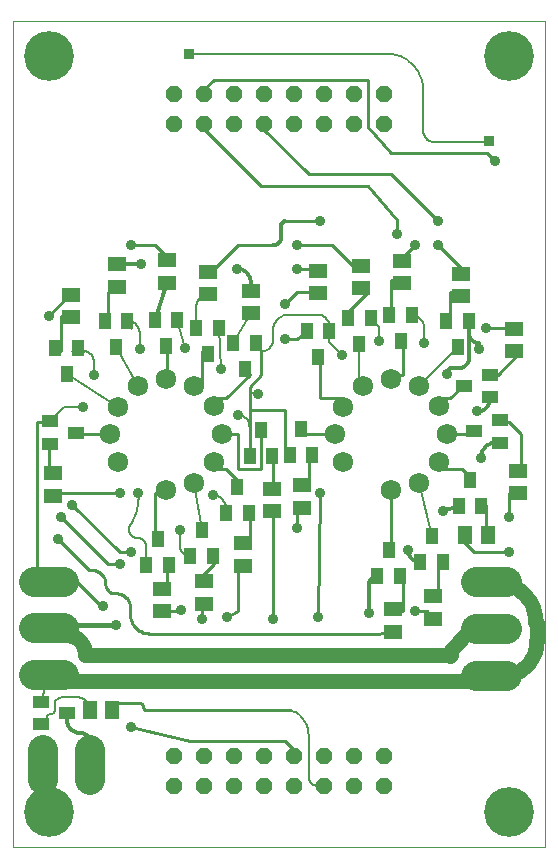
<source format=gbl>
G75*
G70*
%OFA0B0*%
%FSLAX24Y24*%
%IPPOS*%
%LPD*%
%AMOC8*
5,1,8,0,0,1.08239X$1,22.5*
%
%ADD10C,0.0000*%
%ADD11C,0.0679*%
%ADD12OC8,0.0560*%
%ADD13R,0.0551X0.0394*%
%ADD14R,0.0394X0.0551*%
%ADD15R,0.0630X0.0512*%
%ADD16R,0.0512X0.0630*%
%ADD17C,0.1004*%
%ADD18C,0.0100*%
%ADD19C,0.0079*%
%ADD20C,0.0120*%
%ADD21C,0.0360*%
%ADD22C,0.0356*%
%ADD23C,0.0500*%
%ADD24R,0.0356X0.0356*%
%ADD25C,0.0160*%
%ADD26C,0.1660*%
D10*
X000912Y000100D02*
X000912Y027659D01*
X018628Y027659D01*
X018628Y000100D01*
X000912Y000100D01*
D11*
X006014Y012004D03*
X006922Y012258D03*
X007609Y012954D03*
X007855Y013876D03*
X007601Y014798D03*
X006923Y015465D03*
X006006Y015720D03*
X005066Y015474D03*
X004399Y014790D03*
X004138Y013868D03*
X004388Y012946D03*
X011638Y013868D03*
X011888Y012946D03*
X011899Y014790D03*
X012566Y015474D03*
X013506Y015720D03*
X014423Y015465D03*
X015101Y014798D03*
X015355Y013876D03*
X015109Y012954D03*
X014422Y012258D03*
X013514Y012004D03*
D12*
X013254Y003151D03*
X013254Y002151D03*
X012254Y002151D03*
X012254Y003151D03*
X011254Y003151D03*
X011254Y002151D03*
X010254Y002151D03*
X010254Y003151D03*
X009254Y003151D03*
X009254Y002151D03*
X008254Y002151D03*
X008254Y003151D03*
X007254Y003151D03*
X007254Y002151D03*
X006254Y002151D03*
X006254Y003151D03*
X006254Y024222D03*
X006254Y025222D03*
X007254Y025222D03*
X007254Y024222D03*
X008254Y024222D03*
X008254Y025222D03*
X009254Y025222D03*
X009254Y024222D03*
X010254Y024222D03*
X010254Y025222D03*
X011254Y025222D03*
X011254Y024222D03*
X012254Y024222D03*
X012254Y025222D03*
X013254Y025222D03*
X013254Y024222D03*
D13*
X016790Y015848D03*
X016790Y015100D03*
X017144Y014340D03*
X017144Y013592D03*
X016278Y013966D03*
X015923Y015474D03*
X002986Y013927D03*
X002120Y014301D03*
X002120Y013553D03*
X001837Y004954D03*
X001837Y004206D03*
X002703Y004580D03*
D14*
X005345Y009498D03*
X005719Y010364D03*
X006093Y009498D03*
X006813Y009813D03*
X007187Y010679D03*
X007561Y009813D03*
X008006Y011230D03*
X008380Y012096D03*
X008754Y011230D03*
X008801Y013143D03*
X009175Y014009D03*
X009549Y013143D03*
X010124Y013191D03*
X010498Y014057D03*
X010872Y013191D03*
X011061Y016443D03*
X010687Y017309D03*
X011435Y017309D03*
X012077Y017742D03*
X012451Y016876D03*
X012825Y017742D03*
X013447Y017828D03*
X013821Y016962D03*
X014195Y017828D03*
X015349Y017631D03*
X015723Y016765D03*
X016097Y017631D03*
X016144Y012332D03*
X016518Y011466D03*
X015770Y011466D03*
X014853Y010474D03*
X015227Y009608D03*
X014479Y009608D03*
X013797Y009135D03*
X013049Y009135D03*
X013423Y010002D03*
X008994Y016899D03*
X008620Y016033D03*
X008246Y016899D03*
X007762Y017411D03*
X007388Y016545D03*
X007014Y017411D03*
X006372Y017687D03*
X005998Y016820D03*
X005624Y017687D03*
X004707Y017647D03*
X004333Y016781D03*
X003959Y017647D03*
X003061Y016734D03*
X002687Y015868D03*
X002313Y016734D03*
D15*
X002821Y017765D03*
X002821Y018513D03*
X004384Y018789D03*
X004384Y019537D03*
X006038Y019663D03*
X006038Y018915D03*
X007416Y019277D03*
X007416Y018529D03*
X008833Y018655D03*
X008833Y017907D03*
X011081Y018565D03*
X011081Y019313D03*
X012498Y019478D03*
X012498Y018730D03*
X013876Y018895D03*
X013876Y019643D03*
X015845Y019218D03*
X015845Y018470D03*
X017616Y017376D03*
X017616Y016628D03*
X017750Y012659D03*
X017750Y011911D03*
X014916Y008470D03*
X014916Y007722D03*
X013577Y008029D03*
X013577Y007281D03*
X010538Y011419D03*
X010538Y012167D03*
X009526Y012049D03*
X009526Y011301D03*
X008581Y010230D03*
X008581Y009482D03*
X007282Y008962D03*
X007282Y008214D03*
X005860Y007966D03*
X005860Y008714D03*
X002238Y011817D03*
X002238Y012565D03*
D16*
X003455Y004694D03*
X004203Y004694D03*
X015983Y010506D03*
X016731Y010506D03*
D17*
X016351Y008931D02*
X017355Y008931D01*
X017355Y007372D02*
X016351Y007372D01*
X016351Y005813D02*
X017355Y005813D01*
X003471Y003334D02*
X003471Y002330D01*
X001912Y002330D02*
X001912Y003334D01*
X001587Y005836D02*
X002591Y005836D01*
X002591Y007395D02*
X001587Y007395D01*
X001587Y008954D02*
X002591Y008954D01*
D18*
X002089Y008954D02*
X001699Y009155D01*
X001699Y014273D01*
X002093Y014273D01*
X002120Y014301D01*
X002120Y013553D02*
X002093Y013486D01*
X002093Y012698D01*
X002238Y012565D01*
X002486Y011911D02*
X002238Y011817D01*
X002486Y011911D02*
X004455Y011911D01*
X005636Y011911D02*
X005636Y010336D01*
X005719Y010364D01*
X006030Y009549D02*
X006093Y009498D01*
X006030Y009549D02*
X006030Y008761D01*
X005860Y008714D01*
X005860Y007966D02*
X006455Y007966D01*
X006467Y007968D01*
X006478Y007972D01*
X006488Y007980D01*
X006496Y007989D01*
X006500Y008001D01*
X006502Y008013D01*
X007211Y007974D02*
X007211Y007698D01*
X007211Y007974D02*
X007282Y008214D01*
X007282Y008962D02*
X007211Y009155D01*
X007605Y009549D01*
X007561Y009813D01*
X008392Y009549D02*
X008581Y009482D01*
X008392Y009549D02*
X008392Y007974D01*
X008038Y007777D01*
X009573Y007698D02*
X009573Y011124D01*
X009526Y011301D01*
X009573Y011911D02*
X009526Y012049D01*
X009573Y011911D02*
X009573Y013092D01*
X009549Y013143D01*
X009967Y013092D02*
X010124Y013191D01*
X009967Y013092D02*
X009967Y014667D01*
X008786Y014667D01*
X008786Y013092D01*
X008801Y013143D01*
X009179Y012698D02*
X008392Y012698D01*
X008392Y013880D01*
X007998Y013880D01*
X007855Y013876D01*
X007609Y012954D02*
X007605Y012698D01*
X007998Y012698D01*
X008392Y012305D01*
X008380Y012096D01*
X008754Y011230D02*
X008786Y011124D01*
X008786Y010336D01*
X008581Y010230D01*
X010360Y010730D02*
X010360Y011517D01*
X010538Y011419D01*
X010538Y012167D02*
X010754Y012305D01*
X010754Y013092D01*
X010872Y013191D01*
X010360Y013880D02*
X010498Y014057D01*
X010360Y013880D02*
X011542Y013880D01*
X011638Y013868D01*
X011899Y014790D02*
X011935Y015061D01*
X011148Y015061D01*
X011148Y016242D01*
X011061Y016443D01*
X010360Y017029D02*
X010754Y017423D01*
X010687Y017309D01*
X010360Y017029D02*
X009967Y017029D01*
X009179Y016635D02*
X009179Y015848D01*
X008786Y015454D01*
X008786Y015257D01*
X008786Y014667D01*
X009175Y014009D02*
X009179Y013880D01*
X009179Y012698D01*
X007601Y014798D02*
X007605Y015061D01*
X007998Y015061D01*
X008786Y015848D01*
X008620Y016033D01*
X009179Y016635D02*
X008994Y016899D01*
X009967Y018210D02*
X010360Y018604D01*
X011148Y018604D01*
X011081Y018565D01*
X011081Y019313D02*
X011148Y019391D01*
X010360Y019391D01*
X010360Y020179D02*
X011542Y020179D01*
X012329Y019391D01*
X012498Y019478D01*
X012498Y018730D02*
X012723Y018604D01*
X011935Y017817D01*
X012077Y017742D01*
X013447Y017828D02*
X013510Y017817D01*
X013510Y018998D01*
X013904Y018998D01*
X013876Y018895D01*
X013876Y019643D02*
X013904Y019785D01*
X014297Y020179D01*
X013707Y020533D02*
X013707Y021006D01*
X012723Y022147D01*
X009179Y022147D01*
X007211Y024116D01*
X007254Y024222D01*
X007254Y025222D02*
X007211Y025297D01*
X007605Y025691D01*
X012723Y025691D01*
X012723Y024116D01*
X013510Y023250D01*
X016699Y023250D01*
X016975Y022974D01*
X015085Y020966D02*
X013510Y022541D01*
X010754Y022541D01*
X009179Y024116D01*
X009254Y024222D01*
X009967Y020966D02*
X011148Y020966D01*
X009573Y020179D02*
X008392Y020179D01*
X007605Y019391D01*
X007416Y019277D01*
X006038Y019663D02*
X006030Y019785D01*
X005636Y020179D01*
X004849Y020179D01*
X004384Y018789D02*
X004455Y018604D01*
X004061Y018604D01*
X004061Y017817D01*
X003959Y017647D01*
X004707Y017647D02*
X004849Y017423D01*
X005998Y016820D02*
X006030Y016635D01*
X006030Y015848D01*
X006006Y015720D01*
X006923Y015465D02*
X007211Y015454D01*
X007211Y016635D01*
X007388Y016545D01*
X006014Y012004D02*
X006030Y011911D01*
X005636Y011911D01*
X004849Y009943D02*
X004455Y009943D01*
X002880Y011517D01*
X002486Y011124D02*
X004061Y009549D01*
X004455Y009549D01*
X003982Y008880D02*
X003984Y008847D01*
X003989Y008815D01*
X003997Y008783D01*
X004009Y008752D01*
X004024Y008722D01*
X004042Y008695D01*
X004063Y008669D01*
X004086Y008646D01*
X004112Y008625D01*
X004140Y008607D01*
X004169Y008592D01*
X004200Y008580D01*
X004232Y008572D01*
X004264Y008567D01*
X004297Y008565D01*
X004337Y008565D01*
X004337Y008564D02*
X004378Y008562D01*
X004419Y008557D01*
X004459Y008548D01*
X004498Y008536D01*
X004536Y008520D01*
X004573Y008501D01*
X004608Y008479D01*
X004640Y008454D01*
X004671Y008426D01*
X004699Y008395D01*
X004724Y008363D01*
X004746Y008328D01*
X004765Y008291D01*
X004781Y008253D01*
X004793Y008214D01*
X004802Y008174D01*
X004807Y008133D01*
X004809Y008092D01*
X004809Y007856D01*
X004811Y007807D01*
X004817Y007757D01*
X004826Y007709D01*
X004840Y007661D01*
X004857Y007615D01*
X004878Y007570D01*
X004902Y007527D01*
X004929Y007486D01*
X004960Y007447D01*
X004994Y007411D01*
X005030Y007377D01*
X005069Y007346D01*
X005110Y007319D01*
X005153Y007295D01*
X005198Y007274D01*
X005244Y007257D01*
X005292Y007243D01*
X005340Y007234D01*
X005390Y007228D01*
X005439Y007226D01*
X012998Y007226D01*
X013577Y007281D01*
X013510Y007974D02*
X013577Y008029D01*
X013510Y007974D02*
X013904Y007974D01*
X013904Y009155D01*
X013797Y009135D01*
X013510Y009943D02*
X013423Y010002D01*
X013510Y009943D02*
X013510Y011911D01*
X013514Y012004D01*
X015085Y012698D02*
X015109Y012954D01*
X015085Y012698D02*
X015872Y012698D01*
X016266Y012305D01*
X016144Y012332D01*
X016518Y011466D02*
X016660Y011517D01*
X016660Y010730D01*
X016731Y010506D01*
X016266Y009943D02*
X017447Y009943D01*
X017447Y011124D02*
X017447Y011911D01*
X017750Y011911D01*
X017750Y012659D02*
X017841Y012698D01*
X017841Y013880D01*
X017447Y014273D01*
X017053Y014273D01*
X017144Y014340D01*
X016278Y013966D02*
X016266Y013880D01*
X015479Y013880D01*
X015355Y013876D01*
X015101Y014798D02*
X015085Y015061D01*
X015479Y015061D01*
X015872Y015454D01*
X015923Y015474D01*
X016790Y015848D02*
X017053Y015848D01*
X017841Y016635D01*
X017616Y016628D01*
X017616Y017376D02*
X017447Y017423D01*
X016660Y017423D01*
X015845Y018470D02*
X015872Y018604D01*
X015479Y018604D01*
X015479Y017817D01*
X015349Y017631D01*
X015845Y019218D02*
X015872Y019391D01*
X015085Y020179D01*
X013904Y017029D02*
X013821Y016962D01*
X013904Y017029D02*
X013904Y015848D01*
X013510Y015848D01*
X013506Y015720D01*
X011148Y011911D02*
X011069Y007777D01*
X010164Y004667D02*
X005360Y004667D01*
X005340Y004669D01*
X005320Y004674D01*
X005301Y004683D01*
X005284Y004695D01*
X005270Y004709D01*
X005258Y004726D01*
X005249Y004745D01*
X005244Y004765D01*
X005242Y004785D01*
X005240Y004805D01*
X005235Y004825D01*
X005226Y004844D01*
X005214Y004861D01*
X005200Y004875D01*
X005183Y004887D01*
X005164Y004896D01*
X005144Y004901D01*
X005124Y004903D01*
X004337Y004903D01*
X004316Y004901D01*
X004296Y004896D01*
X004276Y004888D01*
X004258Y004877D01*
X004242Y004864D01*
X004229Y004848D01*
X004218Y004830D01*
X004210Y004810D01*
X004205Y004790D01*
X004203Y004769D01*
X004203Y004694D01*
X004849Y004116D02*
X006817Y003643D01*
X009967Y003643D01*
X010360Y003250D01*
X010254Y003151D01*
X014297Y007974D02*
X014691Y007974D01*
X014916Y007722D01*
X015085Y008368D02*
X014916Y008470D01*
X015085Y008368D02*
X015085Y009549D01*
X015227Y009608D01*
X015872Y010336D02*
X015983Y010506D01*
X015872Y010336D02*
X016266Y009943D01*
X016853Y007372D02*
X016660Y007187D01*
X016853Y005813D02*
X016660Y005651D01*
X004138Y013868D02*
X004061Y013880D01*
X002880Y013880D01*
X002986Y013927D01*
X002880Y016635D02*
X003061Y016734D01*
X002880Y016635D02*
X003274Y016635D01*
X002486Y016635D02*
X002313Y016734D01*
X002486Y016635D02*
X002486Y017817D01*
X002880Y017817D01*
X002821Y017765D01*
X002821Y018513D02*
X002880Y018604D01*
X002093Y017817D01*
X002408Y010376D02*
X003431Y009352D01*
X003510Y009352D01*
X003551Y009350D01*
X003592Y009345D01*
X003632Y009336D01*
X003671Y009324D01*
X003709Y009308D01*
X003746Y009289D01*
X003781Y009267D01*
X003813Y009242D01*
X003844Y009214D01*
X003872Y009183D01*
X003897Y009151D01*
X003919Y009116D01*
X003938Y009079D01*
X003954Y009041D01*
X003966Y009002D01*
X003975Y008962D01*
X003980Y008921D01*
X003982Y008880D01*
X002089Y007395D02*
X002093Y007187D01*
X002089Y005836D02*
X002093Y005651D01*
D19*
X002089Y005836D02*
X001837Y004954D01*
X002171Y004549D02*
X002191Y004551D01*
X002211Y004556D01*
X002230Y004565D01*
X002247Y004577D01*
X002261Y004591D01*
X002273Y004608D01*
X002282Y004627D01*
X002287Y004647D01*
X002289Y004667D01*
X002290Y004667D02*
X002290Y004864D01*
X002292Y004892D01*
X002297Y004920D01*
X002305Y004948D01*
X002317Y004974D01*
X002332Y004998D01*
X002349Y005020D01*
X002370Y005041D01*
X002392Y005058D01*
X002416Y005073D01*
X002442Y005085D01*
X002470Y005093D01*
X002498Y005098D01*
X002526Y005100D01*
X003049Y005100D01*
X003086Y005098D01*
X003124Y005093D01*
X003160Y005085D01*
X003196Y005073D01*
X003230Y005057D01*
X003263Y005039D01*
X003294Y005018D01*
X003323Y004994D01*
X003349Y004968D01*
X003373Y004939D01*
X003394Y004908D01*
X003412Y004875D01*
X003428Y004841D01*
X003440Y004805D01*
X003448Y004769D01*
X003453Y004731D01*
X003455Y004694D01*
X002171Y004549D02*
X002148Y004547D01*
X002125Y004542D01*
X002103Y004533D01*
X002083Y004520D01*
X002066Y004505D01*
X002051Y004487D01*
X002039Y004467D01*
X002030Y004446D01*
X002025Y004423D01*
X002023Y004399D01*
X002025Y004376D01*
X002031Y004353D01*
X002040Y004332D01*
X002053Y004312D01*
X002053Y004313D02*
X002065Y004294D01*
X002073Y004274D01*
X002077Y004253D01*
X002078Y004232D01*
X002075Y004210D01*
X002068Y004190D01*
X002057Y004171D01*
X002044Y004154D01*
X002028Y004140D01*
X002009Y004129D01*
X001989Y004121D01*
X001968Y004117D01*
X001946Y004116D01*
X001925Y004120D01*
X001905Y004127D01*
X001886Y004137D01*
X001869Y004151D01*
X001855Y004167D01*
X001844Y004186D01*
X001836Y004206D01*
X005345Y009498D02*
X005345Y010116D01*
X005343Y010149D01*
X005338Y010183D01*
X005328Y010215D01*
X005315Y010246D01*
X005299Y010275D01*
X005280Y010302D01*
X005257Y010327D01*
X005232Y010350D01*
X005205Y010369D01*
X005176Y010385D01*
X005145Y010398D01*
X005113Y010408D01*
X005079Y010413D01*
X005046Y010415D01*
X005014Y010417D01*
X004983Y010422D01*
X004953Y010431D01*
X004923Y010443D01*
X004896Y010459D01*
X004870Y010477D01*
X004846Y010498D01*
X004825Y010522D01*
X004807Y010548D01*
X004792Y010576D01*
X004780Y010605D01*
X004772Y010635D01*
X004767Y010667D01*
X004765Y010698D01*
X004767Y010730D01*
X004773Y010761D01*
X004782Y010791D01*
X004794Y010821D01*
X004810Y010848D01*
X004854Y010922D01*
X004896Y010997D01*
X004933Y011075D01*
X004966Y011154D01*
X004996Y011234D01*
X005022Y011316D01*
X005043Y011400D01*
X005061Y011484D01*
X005074Y011569D01*
X005083Y011654D01*
X005088Y011740D01*
X005089Y011826D01*
X005085Y011911D01*
X006463Y010691D02*
X006463Y010163D01*
X006465Y010126D01*
X006471Y010090D01*
X006480Y010055D01*
X006493Y010021D01*
X006510Y009988D01*
X006530Y009957D01*
X006553Y009929D01*
X006579Y009903D01*
X006607Y009880D01*
X006638Y009860D01*
X006671Y009843D01*
X006705Y009830D01*
X006740Y009821D01*
X006776Y009815D01*
X006813Y009813D01*
X007187Y010679D02*
X006922Y012258D01*
X007565Y011832D02*
X007606Y011830D01*
X007646Y011824D01*
X007686Y011815D01*
X007724Y011802D01*
X007762Y011786D01*
X007797Y011766D01*
X007831Y011743D01*
X007862Y011717D01*
X007891Y011688D01*
X007917Y011657D01*
X007940Y011623D01*
X007960Y011588D01*
X007976Y011550D01*
X007989Y011512D01*
X007998Y011472D01*
X008004Y011432D01*
X008006Y011391D01*
X008006Y011230D01*
X008786Y013092D02*
X008786Y014116D01*
X008784Y014155D01*
X008778Y014193D01*
X008769Y014230D01*
X008756Y014267D01*
X008739Y014302D01*
X008720Y014335D01*
X008697Y014366D01*
X008671Y014395D01*
X008642Y014421D01*
X008611Y014444D01*
X008578Y014463D01*
X008543Y014480D01*
X008506Y014493D01*
X008469Y014502D01*
X008431Y014508D01*
X008392Y014510D01*
X008786Y015257D02*
X009022Y015257D01*
X009032Y015256D01*
X009042Y015252D01*
X009050Y015246D01*
X009056Y015237D01*
X009060Y015228D01*
X009061Y015218D01*
X007841Y016045D02*
X007762Y017411D01*
X008246Y016899D02*
X008833Y017907D01*
X009573Y017029D02*
X009571Y016990D01*
X009565Y016952D01*
X009556Y016915D01*
X009543Y016878D01*
X009526Y016843D01*
X009507Y016810D01*
X009484Y016779D01*
X009458Y016750D01*
X009429Y016724D01*
X009398Y016701D01*
X009365Y016682D01*
X009330Y016665D01*
X009293Y016652D01*
X009256Y016643D01*
X009218Y016637D01*
X009179Y016635D01*
X009573Y017029D02*
X009573Y017344D01*
X009575Y017386D01*
X009580Y017428D01*
X009589Y017470D01*
X009601Y017510D01*
X009616Y017550D01*
X009635Y017588D01*
X009656Y017624D01*
X009681Y017658D01*
X009708Y017691D01*
X009738Y017721D01*
X009771Y017748D01*
X009805Y017773D01*
X009841Y017794D01*
X009879Y017813D01*
X009919Y017828D01*
X009959Y017840D01*
X010001Y017849D01*
X010043Y017854D01*
X010085Y017856D01*
X011069Y017856D01*
X011105Y017854D01*
X011140Y017849D01*
X011175Y017840D01*
X011209Y017828D01*
X011242Y017813D01*
X011272Y017794D01*
X011301Y017773D01*
X011328Y017749D01*
X011352Y017722D01*
X011373Y017693D01*
X011392Y017663D01*
X011407Y017630D01*
X011419Y017596D01*
X011428Y017561D01*
X011433Y017526D01*
X011435Y017490D01*
X011435Y017309D01*
X011435Y016939D01*
X011857Y016517D01*
X012451Y016876D02*
X012451Y015589D01*
X012453Y015569D01*
X012458Y015550D01*
X012466Y015532D01*
X012478Y015515D01*
X012492Y015501D01*
X012508Y015489D01*
X012527Y015481D01*
X012546Y015476D01*
X012566Y015474D01*
X013116Y016990D02*
X013116Y017450D01*
X012825Y017742D01*
X014195Y017828D02*
X014233Y017826D01*
X014272Y017821D01*
X014309Y017812D01*
X014346Y017800D01*
X014381Y017784D01*
X014415Y017766D01*
X014446Y017744D01*
X014476Y017719D01*
X014503Y017692D01*
X014528Y017662D01*
X014550Y017631D01*
X014568Y017597D01*
X014584Y017562D01*
X014596Y017525D01*
X014605Y017488D01*
X014610Y017449D01*
X014612Y017411D01*
X014612Y016911D01*
X015723Y016765D02*
X014423Y015465D01*
X014422Y012258D02*
X014853Y010474D01*
X010754Y003840D02*
X010754Y002462D01*
X010756Y002429D01*
X010761Y002397D01*
X010769Y002366D01*
X010781Y002336D01*
X010796Y002306D01*
X010813Y002279D01*
X010834Y002254D01*
X010857Y002231D01*
X010882Y002210D01*
X010910Y002193D01*
X010939Y002178D01*
X010969Y002166D01*
X011000Y002158D01*
X011032Y002153D01*
X011065Y002151D01*
X011254Y002151D01*
X010754Y003840D02*
X010752Y003897D01*
X010747Y003954D01*
X010737Y004010D01*
X010724Y004066D01*
X010708Y004120D01*
X010688Y004174D01*
X010664Y004226D01*
X010637Y004276D01*
X010607Y004325D01*
X010574Y004371D01*
X010538Y004415D01*
X010499Y004457D01*
X010458Y004496D01*
X010414Y004532D01*
X010367Y004566D01*
X010319Y004596D01*
X010269Y004623D01*
X010217Y004647D01*
X010163Y004667D01*
X004399Y014790D02*
X002687Y015868D01*
X003274Y016635D02*
X003307Y016633D01*
X003339Y016628D01*
X003371Y016620D01*
X003402Y016608D01*
X003431Y016593D01*
X003459Y016575D01*
X003485Y016554D01*
X003508Y016531D01*
X003529Y016505D01*
X003547Y016477D01*
X003562Y016448D01*
X003574Y016417D01*
X003582Y016385D01*
X003587Y016353D01*
X003589Y016320D01*
X003589Y015848D01*
X003234Y014785D02*
X002605Y014785D01*
X002120Y014301D01*
X005066Y015474D02*
X004333Y016781D01*
X005124Y017230D02*
X005122Y017268D01*
X005117Y017307D01*
X005108Y017344D01*
X005096Y017381D01*
X005080Y017416D01*
X005062Y017450D01*
X005040Y017481D01*
X005015Y017511D01*
X004988Y017538D01*
X004958Y017563D01*
X004927Y017585D01*
X004893Y017603D01*
X004858Y017619D01*
X004821Y017631D01*
X004784Y017640D01*
X004745Y017645D01*
X004707Y017647D01*
X005124Y017230D02*
X005124Y016714D01*
X006620Y016754D02*
X006372Y017687D01*
X007014Y017411D02*
X007014Y018128D01*
X007016Y018165D01*
X007021Y018202D01*
X007029Y018238D01*
X007041Y018273D01*
X007056Y018307D01*
X007074Y018340D01*
X007095Y018370D01*
X007119Y018399D01*
X007145Y018425D01*
X007174Y018449D01*
X007204Y018470D01*
X007237Y018488D01*
X007271Y018503D01*
X007306Y018515D01*
X007342Y018523D01*
X007379Y018528D01*
X007416Y018530D01*
X006778Y026557D02*
X013353Y026557D01*
X013353Y026556D02*
X013421Y026554D01*
X013490Y026548D01*
X013557Y026539D01*
X013624Y026525D01*
X013691Y026508D01*
X013756Y026488D01*
X013820Y026463D01*
X013882Y026435D01*
X013943Y026404D01*
X014002Y026369D01*
X014059Y026331D01*
X014114Y026290D01*
X014166Y026246D01*
X014216Y026199D01*
X014263Y026149D01*
X014307Y026097D01*
X014348Y026042D01*
X014386Y025985D01*
X014421Y025926D01*
X014452Y025865D01*
X014480Y025803D01*
X014505Y025739D01*
X014525Y025674D01*
X014542Y025607D01*
X014556Y025540D01*
X014565Y025473D01*
X014571Y025404D01*
X014573Y025336D01*
X014573Y023998D01*
X014575Y023959D01*
X014581Y023921D01*
X014590Y023884D01*
X014603Y023847D01*
X014620Y023812D01*
X014639Y023779D01*
X014662Y023748D01*
X014688Y023719D01*
X014717Y023693D01*
X014748Y023670D01*
X014781Y023651D01*
X014816Y023634D01*
X014853Y023621D01*
X014890Y023612D01*
X014928Y023606D01*
X014967Y023604D01*
X016738Y023604D01*
X016748Y023605D01*
X016757Y023609D01*
X016766Y023615D01*
X016772Y023623D01*
X016776Y023633D01*
X016777Y023643D01*
D20*
X016097Y017631D02*
X016097Y016387D01*
X016095Y016353D01*
X016089Y016320D01*
X016080Y016287D01*
X016067Y016256D01*
X016051Y016226D01*
X016031Y016198D01*
X016008Y016173D01*
X015983Y016150D01*
X015955Y016130D01*
X015925Y016114D01*
X015894Y016101D01*
X015861Y016092D01*
X015828Y016086D01*
X015794Y016084D01*
X015557Y016084D01*
X015531Y016082D01*
X015506Y016077D01*
X015482Y016069D01*
X015458Y016058D01*
X015437Y016043D01*
X015418Y016026D01*
X015401Y016007D01*
X015386Y015986D01*
X015375Y015962D01*
X015367Y015938D01*
X015362Y015913D01*
X015360Y015887D01*
X016384Y014627D02*
X016421Y014629D01*
X016459Y014634D01*
X016495Y014642D01*
X016531Y014654D01*
X016565Y014670D01*
X016598Y014688D01*
X016629Y014709D01*
X016658Y014733D01*
X016684Y014759D01*
X016708Y014788D01*
X016729Y014819D01*
X016747Y014852D01*
X016763Y014886D01*
X016775Y014922D01*
X016783Y014958D01*
X016788Y014996D01*
X016790Y015033D01*
X016790Y015100D01*
X017002Y013592D02*
X017144Y013592D01*
X017002Y013592D02*
X016958Y013590D01*
X016915Y013584D01*
X016873Y013575D01*
X016831Y013562D01*
X016791Y013545D01*
X016752Y013525D01*
X016715Y013502D01*
X016681Y013475D01*
X016648Y013446D01*
X016619Y013413D01*
X016592Y013379D01*
X016569Y013342D01*
X016549Y013303D01*
X016532Y013263D01*
X016519Y013221D01*
X016510Y013179D01*
X016504Y013136D01*
X016502Y013092D01*
X015770Y011466D02*
X015242Y011320D01*
X014062Y010021D02*
X014064Y009983D01*
X014069Y009945D01*
X014078Y009908D01*
X014090Y009872D01*
X014105Y009837D01*
X014124Y009804D01*
X014145Y009772D01*
X014170Y009743D01*
X014197Y009716D01*
X014226Y009691D01*
X014258Y009670D01*
X014291Y009651D01*
X014326Y009636D01*
X014362Y009624D01*
X014399Y009615D01*
X014437Y009610D01*
X014475Y009608D01*
X014479Y009608D01*
X013049Y009135D02*
X013017Y009133D01*
X012985Y009128D01*
X012954Y009119D01*
X012924Y009107D01*
X012896Y009091D01*
X012870Y009072D01*
X012846Y009051D01*
X012825Y009027D01*
X012806Y009001D01*
X012790Y008973D01*
X012778Y008943D01*
X012769Y008912D01*
X012764Y008880D01*
X012762Y008848D01*
X012762Y007895D01*
X016423Y016714D02*
X016423Y016911D01*
X016389Y016913D01*
X016355Y016918D01*
X016322Y016927D01*
X016290Y016939D01*
X016260Y016955D01*
X016231Y016973D01*
X016204Y016995D01*
X016180Y017019D01*
X016158Y017046D01*
X016140Y017074D01*
X016124Y017105D01*
X016112Y017137D01*
X016103Y017170D01*
X016098Y017204D01*
X016096Y017238D01*
X016097Y017238D02*
X016097Y017631D01*
X009849Y020454D02*
X009849Y020848D01*
X009851Y020868D01*
X009856Y020888D01*
X009865Y020907D01*
X009877Y020924D01*
X009891Y020938D01*
X009908Y020950D01*
X009927Y020959D01*
X009947Y020964D01*
X009967Y020966D01*
X009849Y020454D02*
X009847Y020423D01*
X009842Y020393D01*
X009834Y020363D01*
X009822Y020334D01*
X009807Y020307D01*
X009789Y020282D01*
X009768Y020259D01*
X009745Y020238D01*
X009720Y020220D01*
X009693Y020205D01*
X009664Y020193D01*
X009634Y020185D01*
X009604Y020180D01*
X009573Y020178D01*
X008833Y018911D02*
X008833Y018655D01*
X008833Y018911D02*
X008831Y018953D01*
X008826Y018994D01*
X008817Y019035D01*
X008804Y019075D01*
X008788Y019114D01*
X008769Y019151D01*
X008746Y019186D01*
X008721Y019220D01*
X008692Y019250D01*
X008662Y019279D01*
X008628Y019304D01*
X008593Y019327D01*
X008556Y019346D01*
X008517Y019362D01*
X008477Y019375D01*
X008436Y019384D01*
X008395Y019389D01*
X008353Y019391D01*
X006038Y018915D02*
X005624Y017687D01*
X005164Y019549D02*
X004396Y019549D01*
X004391Y019548D01*
X004388Y019545D01*
X004385Y019542D01*
X004384Y019537D01*
X003038Y008958D02*
X002290Y008958D01*
X003038Y008958D02*
X003904Y008092D01*
X002703Y004580D02*
X002703Y004332D01*
X002705Y004294D01*
X002710Y004256D01*
X002719Y004219D01*
X002731Y004183D01*
X002746Y004148D01*
X002765Y004115D01*
X002786Y004083D01*
X002811Y004054D01*
X002838Y004027D01*
X002867Y004002D01*
X002899Y003981D01*
X002932Y003962D01*
X002967Y003947D01*
X003003Y003935D01*
X003040Y003926D01*
X003078Y003921D01*
X003116Y003919D01*
X003156Y003917D01*
X003195Y003911D01*
X003234Y003902D01*
X003272Y003889D01*
X003308Y003872D01*
X003342Y003852D01*
X003375Y003828D01*
X003405Y003802D01*
X003432Y003773D01*
X003456Y003741D01*
X003478Y003707D01*
X003496Y003672D01*
X003510Y003635D01*
X003521Y003596D01*
X003528Y003557D01*
X003531Y003517D01*
X003530Y003477D01*
X003526Y003437D01*
X003517Y003398D01*
X003505Y003360D01*
X003490Y003324D01*
X003471Y003288D01*
X003470Y003289D02*
X003451Y003254D01*
X003435Y003218D01*
X003422Y003180D01*
X003413Y003141D01*
X003408Y003101D01*
X003406Y003061D01*
X003408Y003021D01*
X003413Y002981D01*
X003422Y002942D01*
X003435Y002904D01*
X003451Y002868D01*
X003470Y002833D01*
D21*
X004849Y004116D03*
X007211Y007698D03*
X008038Y007777D03*
X009573Y007698D03*
X011069Y007777D03*
X010360Y010730D03*
X011148Y011911D03*
X009967Y017029D03*
X009967Y018210D03*
X010360Y019391D03*
X010360Y020179D03*
X011148Y020966D03*
X014297Y020179D03*
X015085Y020179D03*
X015085Y020966D03*
X016975Y022974D03*
X016660Y017423D03*
X017447Y011124D03*
X017447Y009943D03*
X004849Y009943D03*
X004455Y009549D03*
X004455Y011911D03*
X002880Y011517D03*
X002486Y011124D03*
X002093Y017817D03*
X004849Y020179D03*
D22*
X005164Y019549D03*
X005124Y016714D03*
X006620Y016754D03*
X007841Y016045D03*
X008392Y014509D03*
X009061Y015218D03*
X007565Y011832D03*
X006463Y010691D03*
X005085Y011911D03*
X003234Y014785D03*
X003589Y015848D03*
X002408Y010376D03*
X003904Y008131D03*
X004337Y007502D03*
X006502Y008013D03*
X011857Y016517D03*
X013116Y016990D03*
X014612Y016911D03*
X015360Y015887D03*
X016384Y014628D03*
X016502Y013092D03*
X015242Y011320D03*
X014061Y010021D03*
X014297Y007974D03*
X012762Y007895D03*
X016423Y016714D03*
X013707Y020533D03*
X008353Y019391D03*
D23*
X016109Y007305D02*
X016786Y007305D01*
X016853Y007372D01*
X018313Y007620D02*
X018311Y007691D01*
X018305Y007762D01*
X018296Y007832D01*
X018282Y007902D01*
X018265Y007971D01*
X018244Y008039D01*
X018220Y008105D01*
X018192Y008170D01*
X018160Y008234D01*
X018125Y008296D01*
X018087Y008356D01*
X018046Y008413D01*
X018001Y008469D01*
X017954Y008522D01*
X017904Y008572D01*
X017851Y008619D01*
X017795Y008664D01*
X017738Y008705D01*
X017678Y008743D01*
X017616Y008778D01*
X017552Y008810D01*
X017487Y008838D01*
X017421Y008862D01*
X017353Y008883D01*
X017284Y008900D01*
X017214Y008914D01*
X017144Y008923D01*
X017073Y008929D01*
X017002Y008931D01*
X016853Y008931D01*
X016109Y007305D02*
X015492Y006688D01*
X015492Y006517D01*
X015479Y006478D01*
X015478Y006478D02*
X015477Y006488D01*
X015473Y006497D01*
X015467Y006506D01*
X015459Y006512D01*
X015449Y006516D01*
X015439Y006517D01*
X003313Y006517D01*
X003311Y006567D01*
X003306Y006617D01*
X003296Y006666D01*
X003283Y006714D01*
X003267Y006761D01*
X003247Y006807D01*
X003223Y006852D01*
X003197Y006894D01*
X003167Y006934D01*
X003134Y006972D01*
X003099Y007007D01*
X003061Y007040D01*
X003021Y007070D01*
X002979Y007096D01*
X002934Y007120D01*
X002888Y007140D01*
X002841Y007156D01*
X002793Y007169D01*
X002744Y007179D01*
X002694Y007184D01*
X002644Y007186D01*
X002644Y007187D02*
X002093Y007187D01*
X002093Y005651D02*
X016691Y005651D01*
X016853Y005813D01*
X017175Y005813D01*
X017241Y005815D01*
X017307Y005820D01*
X017372Y005830D01*
X017437Y005843D01*
X017501Y005859D01*
X017564Y005879D01*
X017625Y005903D01*
X017686Y005930D01*
X017744Y005960D01*
X017801Y005993D01*
X017856Y006030D01*
X017909Y006070D01*
X017959Y006112D01*
X018007Y006158D01*
X018053Y006206D01*
X018095Y006256D01*
X018135Y006309D01*
X018172Y006364D01*
X018205Y006421D01*
X018235Y006479D01*
X018262Y006540D01*
X018286Y006601D01*
X018306Y006664D01*
X018322Y006728D01*
X018335Y006793D01*
X018345Y006858D01*
X018350Y006924D01*
X018352Y006990D01*
X018353Y006990D02*
X018353Y007580D01*
X018352Y007580D02*
X018351Y007590D01*
X018347Y007599D01*
X018341Y007608D01*
X018333Y007614D01*
X018323Y007618D01*
X018313Y007619D01*
D24*
X016778Y023643D03*
X006778Y026557D03*
D25*
X004337Y007502D02*
X002089Y007502D01*
X002089Y007395D01*
D26*
X002093Y001281D03*
X017447Y001281D03*
X017447Y026478D03*
X002093Y026478D03*
M02*

</source>
